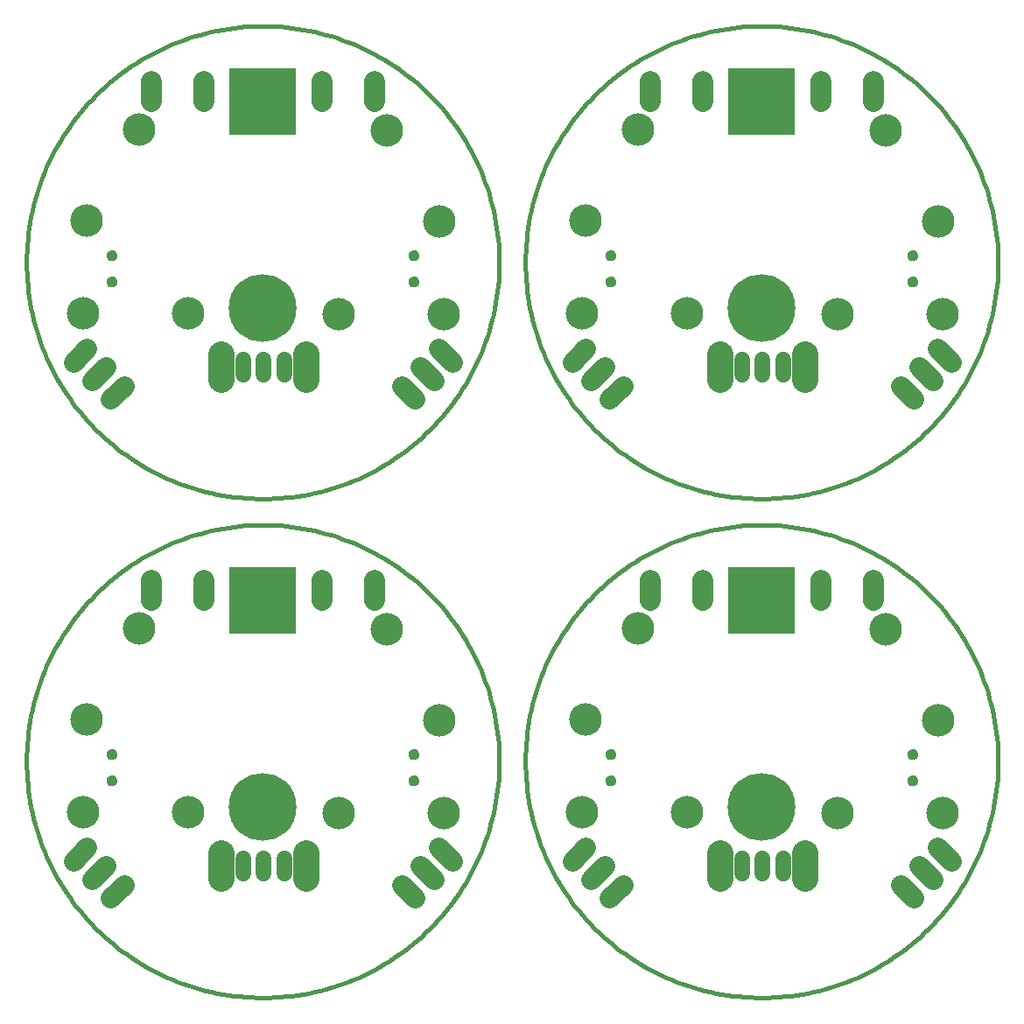
<source format=gts>
G75*
G70*
%OFA0B0*%
%FSLAX25Y25*%
%IPPOS*%
%LPD*%
%AMOC8*
5,1,8,0,0,1.08239X$1,22.5*
%
%ADD106C,0.00500*%
%ADD171C,0.10144*%
%ADD21C,0.07800*%
%ADD26C,0.25800*%
%ADD44R,0.25800X0.25800*%
%ADD52C,0.01600*%
%ADD70C,0.05943*%
%ADD75C,0.08000*%
%ADD77C,0.12400*%
X0010000Y0010000D02*
G75*
%LPD*%
D52*
X0010000Y0100000D02*
X0010027Y0102209D01*
X0010108Y0104416D01*
X0010244Y0106621D01*
X0010433Y0108822D01*
X0010677Y0111017D01*
X0010974Y0113206D01*
X0011325Y0115387D01*
X0011729Y0117558D01*
X0012187Y0119719D01*
X0012697Y0121868D01*
X0013260Y0124004D01*
X0013875Y0126126D01*
X0014542Y0128231D01*
X0015261Y0130320D01*
X0016031Y0132391D01*
X0016851Y0134442D01*
X0017721Y0136472D01*
X0018641Y0138480D01*
X0019610Y0140465D01*
X0020627Y0142426D01*
X0021692Y0144361D01*
X0022804Y0146269D01*
X0023963Y0148150D01*
X0025168Y0150001D01*
X0026417Y0151823D01*
X0027711Y0153613D01*
X0029049Y0155371D01*
X0030429Y0157095D01*
X0031851Y0158786D01*
X0033314Y0160440D01*
X0034818Y0162059D01*
X0036360Y0163640D01*
X0037941Y0165182D01*
X0039560Y0166686D01*
X0041214Y0168149D01*
X0042905Y0169571D01*
X0044629Y0170951D01*
X0046387Y0172289D01*
X0048177Y0173583D01*
X0049999Y0174832D01*
X0051850Y0176037D01*
X0053731Y0177196D01*
X0055639Y0178308D01*
X0057574Y0179373D01*
X0059535Y0180390D01*
X0061520Y0181359D01*
X0063528Y0182279D01*
X0065558Y0183149D01*
X0067609Y0183969D01*
X0069680Y0184739D01*
X0071769Y0185458D01*
X0073874Y0186125D01*
X0075996Y0186740D01*
X0078132Y0187303D01*
X0080281Y0187813D01*
X0082442Y0188271D01*
X0084613Y0188675D01*
X0086794Y0189026D01*
X0088983Y0189323D01*
X0091178Y0189567D01*
X0093379Y0189756D01*
X0095584Y0189892D01*
X0097791Y0189973D01*
X0100000Y0190000D01*
X0102209Y0189973D01*
X0104416Y0189892D01*
X0106621Y0189756D01*
X0108822Y0189567D01*
X0111017Y0189323D01*
X0113206Y0189026D01*
X0115387Y0188675D01*
X0117558Y0188271D01*
X0119719Y0187813D01*
X0121868Y0187303D01*
X0124004Y0186740D01*
X0126126Y0186125D01*
X0128231Y0185458D01*
X0130320Y0184739D01*
X0132391Y0183969D01*
X0134442Y0183149D01*
X0136472Y0182279D01*
X0138480Y0181359D01*
X0140465Y0180390D01*
X0142426Y0179373D01*
X0144361Y0178308D01*
X0146269Y0177196D01*
X0148150Y0176037D01*
X0150001Y0174832D01*
X0151823Y0173583D01*
X0153613Y0172289D01*
X0155371Y0170951D01*
X0157095Y0169571D01*
X0158786Y0168149D01*
X0160440Y0166686D01*
X0162059Y0165182D01*
X0163640Y0163640D01*
X0165182Y0162059D01*
X0166686Y0160440D01*
X0168149Y0158786D01*
X0169571Y0157095D01*
X0170951Y0155371D01*
X0172289Y0153613D01*
X0173583Y0151823D01*
X0174832Y0150001D01*
X0176037Y0148150D01*
X0177196Y0146269D01*
X0178308Y0144361D01*
X0179373Y0142426D01*
X0180390Y0140465D01*
X0181359Y0138480D01*
X0182279Y0136472D01*
X0183149Y0134442D01*
X0183969Y0132391D01*
X0184739Y0130320D01*
X0185458Y0128231D01*
X0186125Y0126126D01*
X0186740Y0124004D01*
X0187303Y0121868D01*
X0187813Y0119719D01*
X0188271Y0117558D01*
X0188675Y0115387D01*
X0189026Y0113206D01*
X0189323Y0111017D01*
X0189567Y0108822D01*
X0189756Y0106621D01*
X0189892Y0104416D01*
X0189973Y0102209D01*
X0190000Y0100000D01*
X0189973Y0097791D01*
X0189892Y0095584D01*
X0189756Y0093379D01*
X0189567Y0091178D01*
X0189323Y0088983D01*
X0189026Y0086794D01*
X0188675Y0084613D01*
X0188271Y0082442D01*
X0187813Y0080281D01*
X0187303Y0078132D01*
X0186740Y0075996D01*
X0186125Y0073874D01*
X0185458Y0071769D01*
X0184739Y0069680D01*
X0183969Y0067609D01*
X0183149Y0065558D01*
X0182279Y0063528D01*
X0181359Y0061520D01*
X0180390Y0059535D01*
X0179373Y0057574D01*
X0178308Y0055639D01*
X0177196Y0053731D01*
X0176037Y0051850D01*
X0174832Y0049999D01*
X0173583Y0048177D01*
X0172289Y0046387D01*
X0170951Y0044629D01*
X0169571Y0042905D01*
X0168149Y0041214D01*
X0166686Y0039560D01*
X0165182Y0037941D01*
X0163640Y0036360D01*
X0162059Y0034818D01*
X0160440Y0033314D01*
X0158786Y0031851D01*
X0157095Y0030429D01*
X0155371Y0029049D01*
X0153613Y0027711D01*
X0151823Y0026417D01*
X0150001Y0025168D01*
X0148150Y0023963D01*
X0146269Y0022804D01*
X0144361Y0021692D01*
X0142426Y0020627D01*
X0140465Y0019610D01*
X0138480Y0018641D01*
X0136472Y0017721D01*
X0134442Y0016851D01*
X0132391Y0016031D01*
X0130320Y0015261D01*
X0128231Y0014542D01*
X0126126Y0013875D01*
X0124004Y0013260D01*
X0121868Y0012697D01*
X0119719Y0012187D01*
X0117558Y0011729D01*
X0115387Y0011325D01*
X0113206Y0010974D01*
X0111017Y0010677D01*
X0108822Y0010433D01*
X0106621Y0010244D01*
X0104416Y0010108D01*
X0102209Y0010027D01*
X0100000Y0010000D01*
X0097791Y0010027D01*
X0095584Y0010108D01*
X0093379Y0010244D01*
X0091178Y0010433D01*
X0088983Y0010677D01*
X0086794Y0010974D01*
X0084613Y0011325D01*
X0082442Y0011729D01*
X0080281Y0012187D01*
X0078132Y0012697D01*
X0075996Y0013260D01*
X0073874Y0013875D01*
X0071769Y0014542D01*
X0069680Y0015261D01*
X0067609Y0016031D01*
X0065558Y0016851D01*
X0063528Y0017721D01*
X0061520Y0018641D01*
X0059535Y0019610D01*
X0057574Y0020627D01*
X0055639Y0021692D01*
X0053731Y0022804D01*
X0051850Y0023963D01*
X0049999Y0025168D01*
X0048177Y0026417D01*
X0046387Y0027711D01*
X0044629Y0029049D01*
X0042905Y0030429D01*
X0041214Y0031851D01*
X0039560Y0033314D01*
X0037941Y0034818D01*
X0036360Y0036360D01*
X0034818Y0037941D01*
X0033314Y0039560D01*
X0031851Y0041214D01*
X0030429Y0042905D01*
X0029049Y0044629D01*
X0027711Y0046387D01*
X0026417Y0048177D01*
X0025168Y0049999D01*
X0023963Y0051850D01*
X0022804Y0053731D01*
X0021692Y0055639D01*
X0020627Y0057574D01*
X0019610Y0059535D01*
X0018641Y0061520D01*
X0017721Y0063528D01*
X0016851Y0065558D01*
X0016031Y0067609D01*
X0015261Y0069680D01*
X0014542Y0071769D01*
X0013875Y0073874D01*
X0013260Y0075996D01*
X0012697Y0078132D01*
X0012187Y0080281D01*
X0011729Y0082442D01*
X0011325Y0084613D01*
X0010974Y0086794D01*
X0010677Y0088983D01*
X0010433Y0091178D01*
X0010244Y0093379D01*
X0010108Y0095584D01*
X0010027Y0097791D01*
X0010000Y0100000D01*
D21*
X0047188Y0053045D02*
X0041955Y0047812D01*
X0034884Y0054883D02*
X0040117Y0060116D01*
X0033046Y0067187D02*
X0027813Y0061955D01*
X0152813Y0053045D02*
X0158046Y0047812D01*
X0165117Y0054883D02*
X0159884Y0060116D01*
X0166955Y0067187D02*
X0172188Y0061955D01*
D77*
X0168781Y0080107D03*
X0167210Y0115507D03*
X0147210Y0150148D03*
X0128781Y0080107D03*
X0071462Y0080624D03*
X0032929Y0115922D03*
X0052929Y0150563D03*
X0031462Y0080624D03*
D75*
X0057500Y0161200D02*
X0057500Y0168800D01*
X0077500Y0168800D02*
X0077500Y0161200D01*
X0122500Y0161200D02*
X0122500Y0168800D01*
X0142500Y0168800D02*
X0142500Y0161200D01*
D106*
X0157041Y0104198D02*
X0157420Y0104250D01*
X0157821Y0104215D01*
X0158204Y0104091D01*
X0158549Y0103886D01*
X0158841Y0103609D01*
X0159063Y0103274D01*
X0159205Y0102898D01*
X0159260Y0102500D01*
X0159209Y0102107D01*
X0159072Y0101735D01*
X0158855Y0101403D01*
X0158570Y0101127D01*
X0158231Y0100922D01*
X0157855Y0100798D01*
X0157461Y0100760D01*
X0157077Y0100807D01*
X0156714Y0100937D01*
X0156388Y0101145D01*
X0156117Y0101421D01*
X0155915Y0101750D01*
X0155790Y0102116D01*
X0155750Y0102500D01*
X0155784Y0102881D01*
X0155902Y0103246D01*
X0156098Y0103575D01*
X0156363Y0103852D01*
X0156682Y0104063D01*
X0157041Y0104198D01*
X0157354Y0104241D02*
X0157524Y0104241D01*
X0158701Y0103742D02*
X0156258Y0103742D01*
X0155902Y0103244D02*
X0159074Y0103244D01*
X0159226Y0102745D02*
X0155772Y0102745D01*
X0155777Y0102247D02*
X0159227Y0102247D01*
X0159077Y0101748D02*
X0155916Y0101748D01*
X0156286Y0101250D02*
X0158697Y0101250D01*
X0157821Y0094215D02*
X0158204Y0094091D01*
X0158549Y0093886D01*
X0158841Y0093609D01*
X0159063Y0093274D01*
X0159205Y0092898D01*
X0159260Y0092500D01*
X0159209Y0092107D01*
X0159072Y0091735D01*
X0158855Y0091403D01*
X0158570Y0091127D01*
X0158231Y0090922D01*
X0157855Y0090798D01*
X0157461Y0090760D01*
X0157077Y0090807D01*
X0156714Y0090937D01*
X0156388Y0091145D01*
X0156117Y0091421D01*
X0155915Y0091750D01*
X0155790Y0092116D01*
X0155750Y0092500D01*
X0155784Y0092881D01*
X0155902Y0093246D01*
X0156098Y0093575D01*
X0156363Y0093852D01*
X0156682Y0094063D01*
X0157041Y0094198D01*
X0157420Y0094250D01*
X0157821Y0094215D01*
X0158669Y0093772D02*
X0156287Y0093772D01*
X0155919Y0093273D02*
X0159063Y0093273D01*
X0159222Y0092775D02*
X0155775Y0092775D01*
X0155774Y0092276D02*
X0159231Y0092276D01*
X0159088Y0091778D02*
X0155905Y0091778D01*
X0156257Y0091279D02*
X0158728Y0091279D01*
X0157680Y0090781D02*
X0157288Y0090781D01*
X0044260Y0092500D02*
X0044209Y0092107D01*
X0044072Y0091735D01*
X0043855Y0091403D01*
X0043570Y0091127D01*
X0043231Y0090922D01*
X0042855Y0090798D01*
X0042461Y0090760D01*
X0042077Y0090807D01*
X0041714Y0090937D01*
X0041388Y0091145D01*
X0041117Y0091421D01*
X0040915Y0091750D01*
X0040790Y0092116D01*
X0040750Y0092500D01*
X0040784Y0092881D01*
X0040902Y0093246D01*
X0041098Y0093575D01*
X0041363Y0093852D01*
X0041682Y0094063D01*
X0042041Y0094198D01*
X0042420Y0094250D01*
X0042821Y0094215D01*
X0043204Y0094091D01*
X0043549Y0093886D01*
X0043841Y0093609D01*
X0044063Y0093274D01*
X0044205Y0092898D01*
X0044260Y0092500D01*
X0044231Y0092276D02*
X0040774Y0092276D01*
X0040775Y0092775D02*
X0044222Y0092775D01*
X0044063Y0093273D02*
X0040919Y0093273D01*
X0041287Y0093772D02*
X0043669Y0093772D01*
X0044088Y0091778D02*
X0040905Y0091778D01*
X0041257Y0091279D02*
X0043728Y0091279D01*
X0042680Y0090781D02*
X0042288Y0090781D01*
X0042461Y0100760D02*
X0042077Y0100807D01*
X0041714Y0100937D01*
X0041388Y0101145D01*
X0041117Y0101421D01*
X0040915Y0101750D01*
X0040790Y0102116D01*
X0040750Y0102500D01*
X0040784Y0102881D01*
X0040902Y0103246D01*
X0041098Y0103575D01*
X0041363Y0103852D01*
X0041682Y0104063D01*
X0042041Y0104198D01*
X0042420Y0104250D01*
X0042821Y0104215D01*
X0043204Y0104091D01*
X0043549Y0103886D01*
X0043841Y0103609D01*
X0044063Y0103274D01*
X0044205Y0102898D01*
X0044260Y0102500D01*
X0044209Y0102107D01*
X0044072Y0101735D01*
X0043855Y0101403D01*
X0043570Y0101127D01*
X0043231Y0100922D01*
X0042855Y0100798D01*
X0042461Y0100760D01*
X0041286Y0101250D02*
X0043697Y0101250D01*
X0044077Y0101748D02*
X0040916Y0101748D01*
X0040777Y0102247D02*
X0044227Y0102247D01*
X0044226Y0102745D02*
X0040772Y0102745D01*
X0040902Y0103244D02*
X0044074Y0103244D01*
X0043701Y0103742D02*
X0041258Y0103742D01*
X0042354Y0104241D02*
X0042524Y0104241D01*
D44*
X0100000Y0161240D03*
D26*
X0100000Y0082500D03*
D171*
X0084217Y0064872D02*
X0084217Y0055128D01*
X0116500Y0055128D02*
X0116500Y0064872D01*
D70*
X0108233Y0062771D02*
X0108233Y0057228D01*
X0100359Y0057228D02*
X0100359Y0062771D01*
X0092485Y0062771D02*
X0092485Y0057228D01*
X0010000Y0200000D02*
G75*
%LPD*%
D52*
X0010000Y0290000D02*
X0010027Y0292209D01*
X0010108Y0294416D01*
X0010244Y0296621D01*
X0010433Y0298822D01*
X0010677Y0301017D01*
X0010974Y0303206D01*
X0011325Y0305387D01*
X0011729Y0307558D01*
X0012187Y0309719D01*
X0012697Y0311868D01*
X0013260Y0314004D01*
X0013875Y0316126D01*
X0014542Y0318231D01*
X0015261Y0320320D01*
X0016031Y0322391D01*
X0016851Y0324442D01*
X0017721Y0326472D01*
X0018641Y0328480D01*
X0019610Y0330465D01*
X0020627Y0332426D01*
X0021692Y0334361D01*
X0022804Y0336269D01*
X0023963Y0338150D01*
X0025168Y0340001D01*
X0026417Y0341823D01*
X0027711Y0343613D01*
X0029049Y0345371D01*
X0030429Y0347095D01*
X0031851Y0348786D01*
X0033314Y0350440D01*
X0034818Y0352059D01*
X0036360Y0353640D01*
X0037941Y0355182D01*
X0039560Y0356686D01*
X0041214Y0358149D01*
X0042905Y0359571D01*
X0044629Y0360951D01*
X0046387Y0362289D01*
X0048177Y0363583D01*
X0049999Y0364832D01*
X0051850Y0366037D01*
X0053731Y0367196D01*
X0055639Y0368308D01*
X0057574Y0369373D01*
X0059535Y0370390D01*
X0061520Y0371359D01*
X0063528Y0372279D01*
X0065558Y0373149D01*
X0067609Y0373969D01*
X0069680Y0374739D01*
X0071769Y0375458D01*
X0073874Y0376125D01*
X0075996Y0376740D01*
X0078132Y0377303D01*
X0080281Y0377813D01*
X0082442Y0378271D01*
X0084613Y0378675D01*
X0086794Y0379026D01*
X0088983Y0379323D01*
X0091178Y0379567D01*
X0093379Y0379756D01*
X0095584Y0379892D01*
X0097791Y0379973D01*
X0100000Y0380000D01*
X0102209Y0379973D01*
X0104416Y0379892D01*
X0106621Y0379756D01*
X0108822Y0379567D01*
X0111017Y0379323D01*
X0113206Y0379026D01*
X0115387Y0378675D01*
X0117558Y0378271D01*
X0119719Y0377813D01*
X0121868Y0377303D01*
X0124004Y0376740D01*
X0126126Y0376125D01*
X0128231Y0375458D01*
X0130320Y0374739D01*
X0132391Y0373969D01*
X0134442Y0373149D01*
X0136472Y0372279D01*
X0138480Y0371359D01*
X0140465Y0370390D01*
X0142426Y0369373D01*
X0144361Y0368308D01*
X0146269Y0367196D01*
X0148150Y0366037D01*
X0150001Y0364832D01*
X0151823Y0363583D01*
X0153613Y0362289D01*
X0155371Y0360951D01*
X0157095Y0359571D01*
X0158786Y0358149D01*
X0160440Y0356686D01*
X0162059Y0355182D01*
X0163640Y0353640D01*
X0165182Y0352059D01*
X0166686Y0350440D01*
X0168149Y0348786D01*
X0169571Y0347095D01*
X0170951Y0345371D01*
X0172289Y0343613D01*
X0173583Y0341823D01*
X0174832Y0340001D01*
X0176037Y0338150D01*
X0177196Y0336269D01*
X0178308Y0334361D01*
X0179373Y0332426D01*
X0180390Y0330465D01*
X0181359Y0328480D01*
X0182279Y0326472D01*
X0183149Y0324442D01*
X0183969Y0322391D01*
X0184739Y0320320D01*
X0185458Y0318231D01*
X0186125Y0316126D01*
X0186740Y0314004D01*
X0187303Y0311868D01*
X0187813Y0309719D01*
X0188271Y0307558D01*
X0188675Y0305387D01*
X0189026Y0303206D01*
X0189323Y0301017D01*
X0189567Y0298822D01*
X0189756Y0296621D01*
X0189892Y0294416D01*
X0189973Y0292209D01*
X0190000Y0290000D01*
X0189973Y0287791D01*
X0189892Y0285584D01*
X0189756Y0283379D01*
X0189567Y0281178D01*
X0189323Y0278983D01*
X0189026Y0276794D01*
X0188675Y0274613D01*
X0188271Y0272442D01*
X0187813Y0270281D01*
X0187303Y0268132D01*
X0186740Y0265996D01*
X0186125Y0263874D01*
X0185458Y0261769D01*
X0184739Y0259680D01*
X0183969Y0257609D01*
X0183149Y0255558D01*
X0182279Y0253528D01*
X0181359Y0251520D01*
X0180390Y0249535D01*
X0179373Y0247574D01*
X0178308Y0245639D01*
X0177196Y0243731D01*
X0176037Y0241850D01*
X0174832Y0239999D01*
X0173583Y0238177D01*
X0172289Y0236387D01*
X0170951Y0234629D01*
X0169571Y0232905D01*
X0168149Y0231214D01*
X0166686Y0229560D01*
X0165182Y0227941D01*
X0163640Y0226360D01*
X0162059Y0224818D01*
X0160440Y0223314D01*
X0158786Y0221851D01*
X0157095Y0220429D01*
X0155371Y0219049D01*
X0153613Y0217711D01*
X0151823Y0216417D01*
X0150001Y0215168D01*
X0148150Y0213963D01*
X0146269Y0212804D01*
X0144361Y0211692D01*
X0142426Y0210627D01*
X0140465Y0209610D01*
X0138480Y0208641D01*
X0136472Y0207721D01*
X0134442Y0206851D01*
X0132391Y0206031D01*
X0130320Y0205261D01*
X0128231Y0204542D01*
X0126126Y0203875D01*
X0124004Y0203260D01*
X0121868Y0202697D01*
X0119719Y0202187D01*
X0117558Y0201729D01*
X0115387Y0201325D01*
X0113206Y0200974D01*
X0111017Y0200677D01*
X0108822Y0200433D01*
X0106621Y0200244D01*
X0104416Y0200108D01*
X0102209Y0200027D01*
X0100000Y0200000D01*
X0097791Y0200027D01*
X0095584Y0200108D01*
X0093379Y0200244D01*
X0091178Y0200433D01*
X0088983Y0200677D01*
X0086794Y0200974D01*
X0084613Y0201325D01*
X0082442Y0201729D01*
X0080281Y0202187D01*
X0078132Y0202697D01*
X0075996Y0203260D01*
X0073874Y0203875D01*
X0071769Y0204542D01*
X0069680Y0205261D01*
X0067609Y0206031D01*
X0065558Y0206851D01*
X0063528Y0207721D01*
X0061520Y0208641D01*
X0059535Y0209610D01*
X0057574Y0210627D01*
X0055639Y0211692D01*
X0053731Y0212804D01*
X0051850Y0213963D01*
X0049999Y0215168D01*
X0048177Y0216417D01*
X0046387Y0217711D01*
X0044629Y0219049D01*
X0042905Y0220429D01*
X0041214Y0221851D01*
X0039560Y0223314D01*
X0037941Y0224818D01*
X0036360Y0226360D01*
X0034818Y0227941D01*
X0033314Y0229560D01*
X0031851Y0231214D01*
X0030429Y0232905D01*
X0029049Y0234629D01*
X0027711Y0236387D01*
X0026417Y0238177D01*
X0025168Y0239999D01*
X0023963Y0241850D01*
X0022804Y0243731D01*
X0021692Y0245639D01*
X0020627Y0247574D01*
X0019610Y0249535D01*
X0018641Y0251520D01*
X0017721Y0253528D01*
X0016851Y0255558D01*
X0016031Y0257609D01*
X0015261Y0259680D01*
X0014542Y0261769D01*
X0013875Y0263874D01*
X0013260Y0265996D01*
X0012697Y0268132D01*
X0012187Y0270281D01*
X0011729Y0272442D01*
X0011325Y0274613D01*
X0010974Y0276794D01*
X0010677Y0278983D01*
X0010433Y0281178D01*
X0010244Y0283379D01*
X0010108Y0285584D01*
X0010027Y0287791D01*
X0010000Y0290000D01*
D21*
X0047188Y0243045D02*
X0041955Y0237812D01*
X0034884Y0244883D02*
X0040117Y0250116D01*
X0033046Y0257187D02*
X0027813Y0251955D01*
X0152813Y0243045D02*
X0158046Y0237812D01*
X0165117Y0244883D02*
X0159884Y0250116D01*
X0166955Y0257187D02*
X0172188Y0251955D01*
D77*
X0168781Y0270107D03*
X0167210Y0305507D03*
X0147210Y0340148D03*
X0128781Y0270107D03*
X0071462Y0270624D03*
X0032929Y0305922D03*
X0052929Y0340563D03*
X0031462Y0270624D03*
D75*
X0057500Y0351200D02*
X0057500Y0358800D01*
X0077500Y0358800D02*
X0077500Y0351200D01*
X0122500Y0351200D02*
X0122500Y0358800D01*
X0142500Y0358800D02*
X0142500Y0351200D01*
D106*
X0157041Y0294198D02*
X0157420Y0294250D01*
X0157821Y0294215D01*
X0158204Y0294091D01*
X0158549Y0293886D01*
X0158841Y0293609D01*
X0159063Y0293274D01*
X0159205Y0292898D01*
X0159260Y0292500D01*
X0159209Y0292107D01*
X0159072Y0291735D01*
X0158855Y0291403D01*
X0158570Y0291127D01*
X0158231Y0290922D01*
X0157855Y0290798D01*
X0157461Y0290760D01*
X0157077Y0290807D01*
X0156714Y0290937D01*
X0156388Y0291145D01*
X0156117Y0291421D01*
X0155915Y0291750D01*
X0155790Y0292116D01*
X0155750Y0292500D01*
X0155784Y0292881D01*
X0155902Y0293246D01*
X0156098Y0293575D01*
X0156363Y0293852D01*
X0156682Y0294063D01*
X0157041Y0294198D01*
X0157354Y0294241D02*
X0157524Y0294241D01*
X0158701Y0293742D02*
X0156258Y0293742D01*
X0155902Y0293244D02*
X0159074Y0293244D01*
X0159226Y0292745D02*
X0155772Y0292745D01*
X0155777Y0292247D02*
X0159227Y0292247D01*
X0159077Y0291748D02*
X0155916Y0291748D01*
X0156286Y0291250D02*
X0158697Y0291250D01*
X0157821Y0284215D02*
X0158204Y0284091D01*
X0158549Y0283886D01*
X0158841Y0283609D01*
X0159063Y0283274D01*
X0159205Y0282898D01*
X0159260Y0282500D01*
X0159209Y0282107D01*
X0159072Y0281735D01*
X0158855Y0281403D01*
X0158570Y0281127D01*
X0158231Y0280922D01*
X0157855Y0280798D01*
X0157461Y0280760D01*
X0157077Y0280807D01*
X0156714Y0280937D01*
X0156388Y0281145D01*
X0156117Y0281421D01*
X0155915Y0281750D01*
X0155790Y0282116D01*
X0155750Y0282500D01*
X0155784Y0282881D01*
X0155902Y0283246D01*
X0156098Y0283575D01*
X0156363Y0283852D01*
X0156682Y0284063D01*
X0157041Y0284198D01*
X0157420Y0284250D01*
X0157821Y0284215D01*
X0158669Y0283772D02*
X0156287Y0283772D01*
X0155919Y0283273D02*
X0159063Y0283273D01*
X0159222Y0282775D02*
X0155775Y0282775D01*
X0155774Y0282276D02*
X0159231Y0282276D01*
X0159088Y0281778D02*
X0155905Y0281778D01*
X0156257Y0281279D02*
X0158728Y0281279D01*
X0157680Y0280781D02*
X0157288Y0280781D01*
X0044260Y0282500D02*
X0044209Y0282107D01*
X0044072Y0281735D01*
X0043855Y0281403D01*
X0043570Y0281127D01*
X0043231Y0280922D01*
X0042855Y0280798D01*
X0042461Y0280760D01*
X0042077Y0280807D01*
X0041714Y0280937D01*
X0041388Y0281145D01*
X0041117Y0281421D01*
X0040915Y0281750D01*
X0040790Y0282116D01*
X0040750Y0282500D01*
X0040784Y0282881D01*
X0040902Y0283246D01*
X0041098Y0283575D01*
X0041363Y0283852D01*
X0041682Y0284063D01*
X0042041Y0284198D01*
X0042420Y0284250D01*
X0042821Y0284215D01*
X0043204Y0284091D01*
X0043549Y0283886D01*
X0043841Y0283609D01*
X0044063Y0283274D01*
X0044205Y0282898D01*
X0044260Y0282500D01*
X0044231Y0282276D02*
X0040774Y0282276D01*
X0040775Y0282775D02*
X0044222Y0282775D01*
X0044063Y0283273D02*
X0040919Y0283273D01*
X0041287Y0283772D02*
X0043669Y0283772D01*
X0044088Y0281778D02*
X0040905Y0281778D01*
X0041257Y0281279D02*
X0043728Y0281279D01*
X0042680Y0280781D02*
X0042288Y0280781D01*
X0042461Y0290760D02*
X0042077Y0290807D01*
X0041714Y0290937D01*
X0041388Y0291145D01*
X0041117Y0291421D01*
X0040915Y0291750D01*
X0040790Y0292116D01*
X0040750Y0292500D01*
X0040784Y0292881D01*
X0040902Y0293246D01*
X0041098Y0293575D01*
X0041363Y0293852D01*
X0041682Y0294063D01*
X0042041Y0294198D01*
X0042420Y0294250D01*
X0042821Y0294215D01*
X0043204Y0294091D01*
X0043549Y0293886D01*
X0043841Y0293609D01*
X0044063Y0293274D01*
X0044205Y0292898D01*
X0044260Y0292500D01*
X0044209Y0292107D01*
X0044072Y0291735D01*
X0043855Y0291403D01*
X0043570Y0291127D01*
X0043231Y0290922D01*
X0042855Y0290798D01*
X0042461Y0290760D01*
X0041286Y0291250D02*
X0043697Y0291250D01*
X0044077Y0291748D02*
X0040916Y0291748D01*
X0040777Y0292247D02*
X0044227Y0292247D01*
X0044226Y0292745D02*
X0040772Y0292745D01*
X0040902Y0293244D02*
X0044074Y0293244D01*
X0043701Y0293742D02*
X0041258Y0293742D01*
X0042354Y0294241D02*
X0042524Y0294241D01*
D44*
X0100000Y0351240D03*
D26*
X0100000Y0272500D03*
D171*
X0084217Y0254872D02*
X0084217Y0245128D01*
X0116500Y0245128D02*
X0116500Y0254872D01*
D70*
X0108233Y0252771D02*
X0108233Y0247228D01*
X0100359Y0247228D02*
X0100359Y0252771D01*
X0092485Y0252771D02*
X0092485Y0247228D01*
X0200000Y0010000D02*
G75*
%LPD*%
D52*
X0200000Y0100000D02*
X0200027Y0102209D01*
X0200108Y0104416D01*
X0200244Y0106621D01*
X0200433Y0108822D01*
X0200677Y0111017D01*
X0200974Y0113206D01*
X0201325Y0115387D01*
X0201729Y0117558D01*
X0202187Y0119719D01*
X0202697Y0121868D01*
X0203260Y0124004D01*
X0203875Y0126126D01*
X0204542Y0128231D01*
X0205261Y0130320D01*
X0206031Y0132391D01*
X0206851Y0134442D01*
X0207721Y0136472D01*
X0208641Y0138480D01*
X0209610Y0140465D01*
X0210627Y0142426D01*
X0211692Y0144361D01*
X0212804Y0146269D01*
X0213963Y0148150D01*
X0215168Y0150001D01*
X0216417Y0151823D01*
X0217711Y0153613D01*
X0219049Y0155371D01*
X0220429Y0157095D01*
X0221851Y0158786D01*
X0223314Y0160440D01*
X0224818Y0162059D01*
X0226360Y0163640D01*
X0227941Y0165182D01*
X0229560Y0166686D01*
X0231214Y0168149D01*
X0232905Y0169571D01*
X0234629Y0170951D01*
X0236387Y0172289D01*
X0238177Y0173583D01*
X0239999Y0174832D01*
X0241850Y0176037D01*
X0243731Y0177196D01*
X0245639Y0178308D01*
X0247574Y0179373D01*
X0249535Y0180390D01*
X0251520Y0181359D01*
X0253528Y0182279D01*
X0255558Y0183149D01*
X0257609Y0183969D01*
X0259680Y0184739D01*
X0261769Y0185458D01*
X0263874Y0186125D01*
X0265996Y0186740D01*
X0268132Y0187303D01*
X0270281Y0187813D01*
X0272442Y0188271D01*
X0274613Y0188675D01*
X0276794Y0189026D01*
X0278983Y0189323D01*
X0281178Y0189567D01*
X0283379Y0189756D01*
X0285584Y0189892D01*
X0287791Y0189973D01*
X0290000Y0190000D01*
X0292209Y0189973D01*
X0294416Y0189892D01*
X0296621Y0189756D01*
X0298822Y0189567D01*
X0301017Y0189323D01*
X0303206Y0189026D01*
X0305387Y0188675D01*
X0307558Y0188271D01*
X0309719Y0187813D01*
X0311868Y0187303D01*
X0314004Y0186740D01*
X0316126Y0186125D01*
X0318231Y0185458D01*
X0320320Y0184739D01*
X0322391Y0183969D01*
X0324442Y0183149D01*
X0326472Y0182279D01*
X0328480Y0181359D01*
X0330465Y0180390D01*
X0332426Y0179373D01*
X0334361Y0178308D01*
X0336269Y0177196D01*
X0338150Y0176037D01*
X0340001Y0174832D01*
X0341823Y0173583D01*
X0343613Y0172289D01*
X0345371Y0170951D01*
X0347095Y0169571D01*
X0348786Y0168149D01*
X0350440Y0166686D01*
X0352059Y0165182D01*
X0353640Y0163640D01*
X0355182Y0162059D01*
X0356686Y0160440D01*
X0358149Y0158786D01*
X0359571Y0157095D01*
X0360951Y0155371D01*
X0362289Y0153613D01*
X0363583Y0151823D01*
X0364832Y0150001D01*
X0366037Y0148150D01*
X0367196Y0146269D01*
X0368308Y0144361D01*
X0369373Y0142426D01*
X0370390Y0140465D01*
X0371359Y0138480D01*
X0372279Y0136472D01*
X0373149Y0134442D01*
X0373969Y0132391D01*
X0374739Y0130320D01*
X0375458Y0128231D01*
X0376125Y0126126D01*
X0376740Y0124004D01*
X0377303Y0121868D01*
X0377813Y0119719D01*
X0378271Y0117558D01*
X0378675Y0115387D01*
X0379026Y0113206D01*
X0379323Y0111017D01*
X0379567Y0108822D01*
X0379756Y0106621D01*
X0379892Y0104416D01*
X0379973Y0102209D01*
X0380000Y0100000D01*
X0379973Y0097791D01*
X0379892Y0095584D01*
X0379756Y0093379D01*
X0379567Y0091178D01*
X0379323Y0088983D01*
X0379026Y0086794D01*
X0378675Y0084613D01*
X0378271Y0082442D01*
X0377813Y0080281D01*
X0377303Y0078132D01*
X0376740Y0075996D01*
X0376125Y0073874D01*
X0375458Y0071769D01*
X0374739Y0069680D01*
X0373969Y0067609D01*
X0373149Y0065558D01*
X0372279Y0063528D01*
X0371359Y0061520D01*
X0370390Y0059535D01*
X0369373Y0057574D01*
X0368308Y0055639D01*
X0367196Y0053731D01*
X0366037Y0051850D01*
X0364832Y0049999D01*
X0363583Y0048177D01*
X0362289Y0046387D01*
X0360951Y0044629D01*
X0359571Y0042905D01*
X0358149Y0041214D01*
X0356686Y0039560D01*
X0355182Y0037941D01*
X0353640Y0036360D01*
X0352059Y0034818D01*
X0350440Y0033314D01*
X0348786Y0031851D01*
X0347095Y0030429D01*
X0345371Y0029049D01*
X0343613Y0027711D01*
X0341823Y0026417D01*
X0340001Y0025168D01*
X0338150Y0023963D01*
X0336269Y0022804D01*
X0334361Y0021692D01*
X0332426Y0020627D01*
X0330465Y0019610D01*
X0328480Y0018641D01*
X0326472Y0017721D01*
X0324442Y0016851D01*
X0322391Y0016031D01*
X0320320Y0015261D01*
X0318231Y0014542D01*
X0316126Y0013875D01*
X0314004Y0013260D01*
X0311868Y0012697D01*
X0309719Y0012187D01*
X0307558Y0011729D01*
X0305387Y0011325D01*
X0303206Y0010974D01*
X0301017Y0010677D01*
X0298822Y0010433D01*
X0296621Y0010244D01*
X0294416Y0010108D01*
X0292209Y0010027D01*
X0290000Y0010000D01*
X0287791Y0010027D01*
X0285584Y0010108D01*
X0283379Y0010244D01*
X0281178Y0010433D01*
X0278983Y0010677D01*
X0276794Y0010974D01*
X0274613Y0011325D01*
X0272442Y0011729D01*
X0270281Y0012187D01*
X0268132Y0012697D01*
X0265996Y0013260D01*
X0263874Y0013875D01*
X0261769Y0014542D01*
X0259680Y0015261D01*
X0257609Y0016031D01*
X0255558Y0016851D01*
X0253528Y0017721D01*
X0251520Y0018641D01*
X0249535Y0019610D01*
X0247574Y0020627D01*
X0245639Y0021692D01*
X0243731Y0022804D01*
X0241850Y0023963D01*
X0239999Y0025168D01*
X0238177Y0026417D01*
X0236387Y0027711D01*
X0234629Y0029049D01*
X0232905Y0030429D01*
X0231214Y0031851D01*
X0229560Y0033314D01*
X0227941Y0034818D01*
X0226360Y0036360D01*
X0224818Y0037941D01*
X0223314Y0039560D01*
X0221851Y0041214D01*
X0220429Y0042905D01*
X0219049Y0044629D01*
X0217711Y0046387D01*
X0216417Y0048177D01*
X0215168Y0049999D01*
X0213963Y0051850D01*
X0212804Y0053731D01*
X0211692Y0055639D01*
X0210627Y0057574D01*
X0209610Y0059535D01*
X0208641Y0061520D01*
X0207721Y0063528D01*
X0206851Y0065558D01*
X0206031Y0067609D01*
X0205261Y0069680D01*
X0204542Y0071769D01*
X0203875Y0073874D01*
X0203260Y0075996D01*
X0202697Y0078132D01*
X0202187Y0080281D01*
X0201729Y0082442D01*
X0201325Y0084613D01*
X0200974Y0086794D01*
X0200677Y0088983D01*
X0200433Y0091178D01*
X0200244Y0093379D01*
X0200108Y0095584D01*
X0200027Y0097791D01*
X0200000Y0100000D01*
D21*
X0237188Y0053045D02*
X0231955Y0047812D01*
X0224884Y0054883D02*
X0230117Y0060116D01*
X0223046Y0067187D02*
X0217813Y0061955D01*
X0342813Y0053045D02*
X0348046Y0047812D01*
X0355117Y0054883D02*
X0349884Y0060116D01*
X0356955Y0067187D02*
X0362188Y0061955D01*
D77*
X0358781Y0080107D03*
X0357210Y0115507D03*
X0337210Y0150148D03*
X0318781Y0080107D03*
X0261462Y0080624D03*
X0222929Y0115922D03*
X0242929Y0150563D03*
X0221462Y0080624D03*
D75*
X0247500Y0161200D02*
X0247500Y0168800D01*
X0267500Y0168800D02*
X0267500Y0161200D01*
X0312500Y0161200D02*
X0312500Y0168800D01*
X0332500Y0168800D02*
X0332500Y0161200D01*
D106*
X0347041Y0104198D02*
X0347420Y0104250D01*
X0347821Y0104215D01*
X0348204Y0104091D01*
X0348549Y0103886D01*
X0348841Y0103609D01*
X0349063Y0103274D01*
X0349205Y0102898D01*
X0349260Y0102500D01*
X0349209Y0102107D01*
X0349072Y0101735D01*
X0348855Y0101403D01*
X0348570Y0101127D01*
X0348231Y0100922D01*
X0347855Y0100798D01*
X0347461Y0100760D01*
X0347077Y0100807D01*
X0346714Y0100937D01*
X0346388Y0101145D01*
X0346117Y0101421D01*
X0345915Y0101750D01*
X0345790Y0102116D01*
X0345750Y0102500D01*
X0345784Y0102881D01*
X0345902Y0103246D01*
X0346098Y0103575D01*
X0346363Y0103852D01*
X0346682Y0104063D01*
X0347041Y0104198D01*
X0347354Y0104241D02*
X0347524Y0104241D01*
X0348701Y0103742D02*
X0346258Y0103742D01*
X0345902Y0103244D02*
X0349074Y0103244D01*
X0349226Y0102745D02*
X0345772Y0102745D01*
X0345777Y0102247D02*
X0349227Y0102247D01*
X0349077Y0101748D02*
X0345916Y0101748D01*
X0346286Y0101250D02*
X0348697Y0101250D01*
X0347821Y0094215D02*
X0348204Y0094091D01*
X0348549Y0093886D01*
X0348841Y0093609D01*
X0349063Y0093274D01*
X0349205Y0092898D01*
X0349260Y0092500D01*
X0349209Y0092107D01*
X0349072Y0091735D01*
X0348855Y0091403D01*
X0348570Y0091127D01*
X0348231Y0090922D01*
X0347855Y0090798D01*
X0347461Y0090760D01*
X0347077Y0090807D01*
X0346714Y0090937D01*
X0346388Y0091145D01*
X0346117Y0091421D01*
X0345915Y0091750D01*
X0345790Y0092116D01*
X0345750Y0092500D01*
X0345784Y0092881D01*
X0345902Y0093246D01*
X0346098Y0093575D01*
X0346363Y0093852D01*
X0346682Y0094063D01*
X0347041Y0094198D01*
X0347420Y0094250D01*
X0347821Y0094215D01*
X0348669Y0093772D02*
X0346287Y0093772D01*
X0345919Y0093273D02*
X0349063Y0093273D01*
X0349222Y0092775D02*
X0345775Y0092775D01*
X0345774Y0092276D02*
X0349231Y0092276D01*
X0349088Y0091778D02*
X0345905Y0091778D01*
X0346257Y0091279D02*
X0348728Y0091279D01*
X0347680Y0090781D02*
X0347288Y0090781D01*
X0234260Y0092500D02*
X0234209Y0092107D01*
X0234072Y0091735D01*
X0233855Y0091403D01*
X0233570Y0091127D01*
X0233231Y0090922D01*
X0232855Y0090798D01*
X0232461Y0090760D01*
X0232077Y0090807D01*
X0231714Y0090937D01*
X0231388Y0091145D01*
X0231117Y0091421D01*
X0230915Y0091750D01*
X0230790Y0092116D01*
X0230750Y0092500D01*
X0230784Y0092881D01*
X0230902Y0093246D01*
X0231098Y0093575D01*
X0231363Y0093852D01*
X0231682Y0094063D01*
X0232041Y0094198D01*
X0232420Y0094250D01*
X0232821Y0094215D01*
X0233204Y0094091D01*
X0233549Y0093886D01*
X0233841Y0093609D01*
X0234063Y0093274D01*
X0234205Y0092898D01*
X0234260Y0092500D01*
X0234231Y0092276D02*
X0230774Y0092276D01*
X0230775Y0092775D02*
X0234222Y0092775D01*
X0234063Y0093273D02*
X0230919Y0093273D01*
X0231287Y0093772D02*
X0233669Y0093772D01*
X0234088Y0091778D02*
X0230905Y0091778D01*
X0231257Y0091279D02*
X0233728Y0091279D01*
X0232680Y0090781D02*
X0232288Y0090781D01*
X0232461Y0100760D02*
X0232077Y0100807D01*
X0231714Y0100937D01*
X0231388Y0101145D01*
X0231117Y0101421D01*
X0230915Y0101750D01*
X0230790Y0102116D01*
X0230750Y0102500D01*
X0230784Y0102881D01*
X0230902Y0103246D01*
X0231098Y0103575D01*
X0231363Y0103852D01*
X0231682Y0104063D01*
X0232041Y0104198D01*
X0232420Y0104250D01*
X0232821Y0104215D01*
X0233204Y0104091D01*
X0233549Y0103886D01*
X0233841Y0103609D01*
X0234063Y0103274D01*
X0234205Y0102898D01*
X0234260Y0102500D01*
X0234209Y0102107D01*
X0234072Y0101735D01*
X0233855Y0101403D01*
X0233570Y0101127D01*
X0233231Y0100922D01*
X0232855Y0100798D01*
X0232461Y0100760D01*
X0231286Y0101250D02*
X0233697Y0101250D01*
X0234077Y0101748D02*
X0230916Y0101748D01*
X0230777Y0102247D02*
X0234227Y0102247D01*
X0234226Y0102745D02*
X0230772Y0102745D01*
X0230902Y0103244D02*
X0234074Y0103244D01*
X0233701Y0103742D02*
X0231258Y0103742D01*
X0232354Y0104241D02*
X0232524Y0104241D01*
D44*
X0290000Y0161240D03*
D26*
X0290000Y0082500D03*
D171*
X0274217Y0064872D02*
X0274217Y0055128D01*
X0306500Y0055128D02*
X0306500Y0064872D01*
D70*
X0298233Y0062771D02*
X0298233Y0057228D01*
X0290359Y0057228D02*
X0290359Y0062771D01*
X0282485Y0062771D02*
X0282485Y0057228D01*
X0200000Y0200000D02*
G75*
%LPD*%
D52*
X0200000Y0290000D02*
X0200027Y0292209D01*
X0200108Y0294416D01*
X0200244Y0296621D01*
X0200433Y0298822D01*
X0200677Y0301017D01*
X0200974Y0303206D01*
X0201325Y0305387D01*
X0201729Y0307558D01*
X0202187Y0309719D01*
X0202697Y0311868D01*
X0203260Y0314004D01*
X0203875Y0316126D01*
X0204542Y0318231D01*
X0205261Y0320320D01*
X0206031Y0322391D01*
X0206851Y0324442D01*
X0207721Y0326472D01*
X0208641Y0328480D01*
X0209610Y0330465D01*
X0210627Y0332426D01*
X0211692Y0334361D01*
X0212804Y0336269D01*
X0213963Y0338150D01*
X0215168Y0340001D01*
X0216417Y0341823D01*
X0217711Y0343613D01*
X0219049Y0345371D01*
X0220429Y0347095D01*
X0221851Y0348786D01*
X0223314Y0350440D01*
X0224818Y0352059D01*
X0226360Y0353640D01*
X0227941Y0355182D01*
X0229560Y0356686D01*
X0231214Y0358149D01*
X0232905Y0359571D01*
X0234629Y0360951D01*
X0236387Y0362289D01*
X0238177Y0363583D01*
X0239999Y0364832D01*
X0241850Y0366037D01*
X0243731Y0367196D01*
X0245639Y0368308D01*
X0247574Y0369373D01*
X0249535Y0370390D01*
X0251520Y0371359D01*
X0253528Y0372279D01*
X0255558Y0373149D01*
X0257609Y0373969D01*
X0259680Y0374739D01*
X0261769Y0375458D01*
X0263874Y0376125D01*
X0265996Y0376740D01*
X0268132Y0377303D01*
X0270281Y0377813D01*
X0272442Y0378271D01*
X0274613Y0378675D01*
X0276794Y0379026D01*
X0278983Y0379323D01*
X0281178Y0379567D01*
X0283379Y0379756D01*
X0285584Y0379892D01*
X0287791Y0379973D01*
X0290000Y0380000D01*
X0292209Y0379973D01*
X0294416Y0379892D01*
X0296621Y0379756D01*
X0298822Y0379567D01*
X0301017Y0379323D01*
X0303206Y0379026D01*
X0305387Y0378675D01*
X0307558Y0378271D01*
X0309719Y0377813D01*
X0311868Y0377303D01*
X0314004Y0376740D01*
X0316126Y0376125D01*
X0318231Y0375458D01*
X0320320Y0374739D01*
X0322391Y0373969D01*
X0324442Y0373149D01*
X0326472Y0372279D01*
X0328480Y0371359D01*
X0330465Y0370390D01*
X0332426Y0369373D01*
X0334361Y0368308D01*
X0336269Y0367196D01*
X0338150Y0366037D01*
X0340001Y0364832D01*
X0341823Y0363583D01*
X0343613Y0362289D01*
X0345371Y0360951D01*
X0347095Y0359571D01*
X0348786Y0358149D01*
X0350440Y0356686D01*
X0352059Y0355182D01*
X0353640Y0353640D01*
X0355182Y0352059D01*
X0356686Y0350440D01*
X0358149Y0348786D01*
X0359571Y0347095D01*
X0360951Y0345371D01*
X0362289Y0343613D01*
X0363583Y0341823D01*
X0364832Y0340001D01*
X0366037Y0338150D01*
X0367196Y0336269D01*
X0368308Y0334361D01*
X0369373Y0332426D01*
X0370390Y0330465D01*
X0371359Y0328480D01*
X0372279Y0326472D01*
X0373149Y0324442D01*
X0373969Y0322391D01*
X0374739Y0320320D01*
X0375458Y0318231D01*
X0376125Y0316126D01*
X0376740Y0314004D01*
X0377303Y0311868D01*
X0377813Y0309719D01*
X0378271Y0307558D01*
X0378675Y0305387D01*
X0379026Y0303206D01*
X0379323Y0301017D01*
X0379567Y0298822D01*
X0379756Y0296621D01*
X0379892Y0294416D01*
X0379973Y0292209D01*
X0380000Y0290000D01*
X0379973Y0287791D01*
X0379892Y0285584D01*
X0379756Y0283379D01*
X0379567Y0281178D01*
X0379323Y0278983D01*
X0379026Y0276794D01*
X0378675Y0274613D01*
X0378271Y0272442D01*
X0377813Y0270281D01*
X0377303Y0268132D01*
X0376740Y0265996D01*
X0376125Y0263874D01*
X0375458Y0261769D01*
X0374739Y0259680D01*
X0373969Y0257609D01*
X0373149Y0255558D01*
X0372279Y0253528D01*
X0371359Y0251520D01*
X0370390Y0249535D01*
X0369373Y0247574D01*
X0368308Y0245639D01*
X0367196Y0243731D01*
X0366037Y0241850D01*
X0364832Y0239999D01*
X0363583Y0238177D01*
X0362289Y0236387D01*
X0360951Y0234629D01*
X0359571Y0232905D01*
X0358149Y0231214D01*
X0356686Y0229560D01*
X0355182Y0227941D01*
X0353640Y0226360D01*
X0352059Y0224818D01*
X0350440Y0223314D01*
X0348786Y0221851D01*
X0347095Y0220429D01*
X0345371Y0219049D01*
X0343613Y0217711D01*
X0341823Y0216417D01*
X0340001Y0215168D01*
X0338150Y0213963D01*
X0336269Y0212804D01*
X0334361Y0211692D01*
X0332426Y0210627D01*
X0330465Y0209610D01*
X0328480Y0208641D01*
X0326472Y0207721D01*
X0324442Y0206851D01*
X0322391Y0206031D01*
X0320320Y0205261D01*
X0318231Y0204542D01*
X0316126Y0203875D01*
X0314004Y0203260D01*
X0311868Y0202697D01*
X0309719Y0202187D01*
X0307558Y0201729D01*
X0305387Y0201325D01*
X0303206Y0200974D01*
X0301017Y0200677D01*
X0298822Y0200433D01*
X0296621Y0200244D01*
X0294416Y0200108D01*
X0292209Y0200027D01*
X0290000Y0200000D01*
X0287791Y0200027D01*
X0285584Y0200108D01*
X0283379Y0200244D01*
X0281178Y0200433D01*
X0278983Y0200677D01*
X0276794Y0200974D01*
X0274613Y0201325D01*
X0272442Y0201729D01*
X0270281Y0202187D01*
X0268132Y0202697D01*
X0265996Y0203260D01*
X0263874Y0203875D01*
X0261769Y0204542D01*
X0259680Y0205261D01*
X0257609Y0206031D01*
X0255558Y0206851D01*
X0253528Y0207721D01*
X0251520Y0208641D01*
X0249535Y0209610D01*
X0247574Y0210627D01*
X0245639Y0211692D01*
X0243731Y0212804D01*
X0241850Y0213963D01*
X0239999Y0215168D01*
X0238177Y0216417D01*
X0236387Y0217711D01*
X0234629Y0219049D01*
X0232905Y0220429D01*
X0231214Y0221851D01*
X0229560Y0223314D01*
X0227941Y0224818D01*
X0226360Y0226360D01*
X0224818Y0227941D01*
X0223314Y0229560D01*
X0221851Y0231214D01*
X0220429Y0232905D01*
X0219049Y0234629D01*
X0217711Y0236387D01*
X0216417Y0238177D01*
X0215168Y0239999D01*
X0213963Y0241850D01*
X0212804Y0243731D01*
X0211692Y0245639D01*
X0210627Y0247574D01*
X0209610Y0249535D01*
X0208641Y0251520D01*
X0207721Y0253528D01*
X0206851Y0255558D01*
X0206031Y0257609D01*
X0205261Y0259680D01*
X0204542Y0261769D01*
X0203875Y0263874D01*
X0203260Y0265996D01*
X0202697Y0268132D01*
X0202187Y0270281D01*
X0201729Y0272442D01*
X0201325Y0274613D01*
X0200974Y0276794D01*
X0200677Y0278983D01*
X0200433Y0281178D01*
X0200244Y0283379D01*
X0200108Y0285584D01*
X0200027Y0287791D01*
X0200000Y0290000D01*
D21*
X0237188Y0243045D02*
X0231955Y0237812D01*
X0224884Y0244883D02*
X0230117Y0250116D01*
X0223046Y0257187D02*
X0217813Y0251955D01*
X0342813Y0243045D02*
X0348046Y0237812D01*
X0355117Y0244883D02*
X0349884Y0250116D01*
X0356955Y0257187D02*
X0362188Y0251955D01*
D77*
X0358781Y0270107D03*
X0357210Y0305507D03*
X0337210Y0340148D03*
X0318781Y0270107D03*
X0261462Y0270624D03*
X0222929Y0305922D03*
X0242929Y0340563D03*
X0221462Y0270624D03*
D75*
X0247500Y0351200D02*
X0247500Y0358800D01*
X0267500Y0358800D02*
X0267500Y0351200D01*
X0312500Y0351200D02*
X0312500Y0358800D01*
X0332500Y0358800D02*
X0332500Y0351200D01*
D106*
X0347041Y0294198D02*
X0347420Y0294250D01*
X0347821Y0294215D01*
X0348204Y0294091D01*
X0348549Y0293886D01*
X0348841Y0293609D01*
X0349063Y0293274D01*
X0349205Y0292898D01*
X0349260Y0292500D01*
X0349209Y0292107D01*
X0349072Y0291735D01*
X0348855Y0291403D01*
X0348570Y0291127D01*
X0348231Y0290922D01*
X0347855Y0290798D01*
X0347461Y0290760D01*
X0347077Y0290807D01*
X0346714Y0290937D01*
X0346388Y0291145D01*
X0346117Y0291421D01*
X0345915Y0291750D01*
X0345790Y0292116D01*
X0345750Y0292500D01*
X0345784Y0292881D01*
X0345902Y0293246D01*
X0346098Y0293575D01*
X0346363Y0293852D01*
X0346682Y0294063D01*
X0347041Y0294198D01*
X0347354Y0294241D02*
X0347524Y0294241D01*
X0348701Y0293742D02*
X0346258Y0293742D01*
X0345902Y0293244D02*
X0349074Y0293244D01*
X0349226Y0292745D02*
X0345772Y0292745D01*
X0345777Y0292247D02*
X0349227Y0292247D01*
X0349077Y0291748D02*
X0345916Y0291748D01*
X0346286Y0291250D02*
X0348697Y0291250D01*
X0347821Y0284215D02*
X0348204Y0284091D01*
X0348549Y0283886D01*
X0348841Y0283609D01*
X0349063Y0283274D01*
X0349205Y0282898D01*
X0349260Y0282500D01*
X0349209Y0282107D01*
X0349072Y0281735D01*
X0348855Y0281403D01*
X0348570Y0281127D01*
X0348231Y0280922D01*
X0347855Y0280798D01*
X0347461Y0280760D01*
X0347077Y0280807D01*
X0346714Y0280937D01*
X0346388Y0281145D01*
X0346117Y0281421D01*
X0345915Y0281750D01*
X0345790Y0282116D01*
X0345750Y0282500D01*
X0345784Y0282881D01*
X0345902Y0283246D01*
X0346098Y0283575D01*
X0346363Y0283852D01*
X0346682Y0284063D01*
X0347041Y0284198D01*
X0347420Y0284250D01*
X0347821Y0284215D01*
X0348669Y0283772D02*
X0346287Y0283772D01*
X0345919Y0283273D02*
X0349063Y0283273D01*
X0349222Y0282775D02*
X0345775Y0282775D01*
X0345774Y0282276D02*
X0349231Y0282276D01*
X0349088Y0281778D02*
X0345905Y0281778D01*
X0346257Y0281279D02*
X0348728Y0281279D01*
X0347680Y0280781D02*
X0347288Y0280781D01*
X0234260Y0282500D02*
X0234209Y0282107D01*
X0234072Y0281735D01*
X0233855Y0281403D01*
X0233570Y0281127D01*
X0233231Y0280922D01*
X0232855Y0280798D01*
X0232461Y0280760D01*
X0232077Y0280807D01*
X0231714Y0280937D01*
X0231388Y0281145D01*
X0231117Y0281421D01*
X0230915Y0281750D01*
X0230790Y0282116D01*
X0230750Y0282500D01*
X0230784Y0282881D01*
X0230902Y0283246D01*
X0231098Y0283575D01*
X0231363Y0283852D01*
X0231682Y0284063D01*
X0232041Y0284198D01*
X0232420Y0284250D01*
X0232821Y0284215D01*
X0233204Y0284091D01*
X0233549Y0283886D01*
X0233841Y0283609D01*
X0234063Y0283274D01*
X0234205Y0282898D01*
X0234260Y0282500D01*
X0234231Y0282276D02*
X0230774Y0282276D01*
X0230775Y0282775D02*
X0234222Y0282775D01*
X0234063Y0283273D02*
X0230919Y0283273D01*
X0231287Y0283772D02*
X0233669Y0283772D01*
X0234088Y0281778D02*
X0230905Y0281778D01*
X0231257Y0281279D02*
X0233728Y0281279D01*
X0232680Y0280781D02*
X0232288Y0280781D01*
X0232461Y0290760D02*
X0232077Y0290807D01*
X0231714Y0290937D01*
X0231388Y0291145D01*
X0231117Y0291421D01*
X0230915Y0291750D01*
X0230790Y0292116D01*
X0230750Y0292500D01*
X0230784Y0292881D01*
X0230902Y0293246D01*
X0231098Y0293575D01*
X0231363Y0293852D01*
X0231682Y0294063D01*
X0232041Y0294198D01*
X0232420Y0294250D01*
X0232821Y0294215D01*
X0233204Y0294091D01*
X0233549Y0293886D01*
X0233841Y0293609D01*
X0234063Y0293274D01*
X0234205Y0292898D01*
X0234260Y0292500D01*
X0234209Y0292107D01*
X0234072Y0291735D01*
X0233855Y0291403D01*
X0233570Y0291127D01*
X0233231Y0290922D01*
X0232855Y0290798D01*
X0232461Y0290760D01*
X0231286Y0291250D02*
X0233697Y0291250D01*
X0234077Y0291748D02*
X0230916Y0291748D01*
X0230777Y0292247D02*
X0234227Y0292247D01*
X0234226Y0292745D02*
X0230772Y0292745D01*
X0230902Y0293244D02*
X0234074Y0293244D01*
X0233701Y0293742D02*
X0231258Y0293742D01*
X0232354Y0294241D02*
X0232524Y0294241D01*
D44*
X0290000Y0351240D03*
D26*
X0290000Y0272500D03*
D171*
X0274217Y0254872D02*
X0274217Y0245128D01*
X0306500Y0245128D02*
X0306500Y0254872D01*
D70*
X0298233Y0252771D02*
X0298233Y0247228D01*
X0290359Y0247228D02*
X0290359Y0252771D01*
X0282485Y0252771D02*
X0282485Y0247228D01*
M02*

</source>
